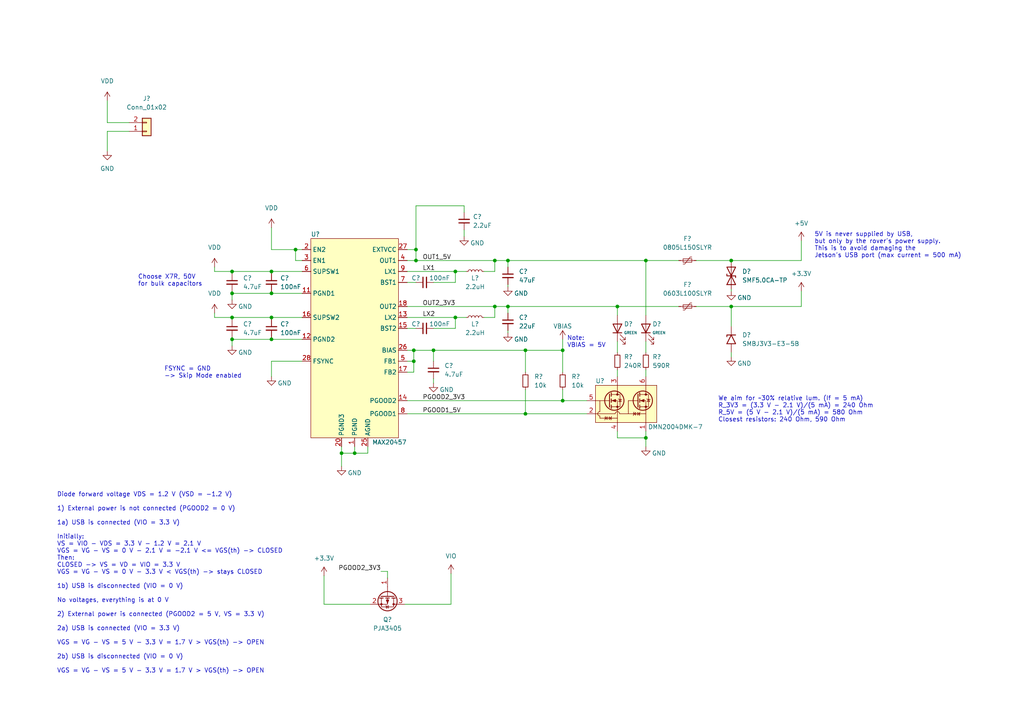
<source format=kicad_sch>
(kicad_sch (version 20211123) (generator eeschema)
  (paper "A4")
  (lib_symbols
    (symbol "0_diodes:SMBJ3V3-E3-5B" (pin_numbers hide) (pin_names hide)
      (property "Reference" "D" (at 0 0 0))
      (property "Value" "SMBJ3V3-E3-5B" (at 0 0 0))
      (symbol "SMBJ3V3-E3-5B_0_1"
        (polyline (pts (xy -0.762 1.27) (xy -1.27 1.27) (xy -1.27 -1.27)) (stroke (width 0.254)))
        (polyline (pts (xy 1.27 1.27) (xy 1.27 -1.27) (xy -1.27 0) (xy 1.27 1.27)) (stroke (width 0.254)))
      )
      (symbol "SMBJ3V3-E3-5B_1_1"
        (pin passive line (at -3.81 0 0) (length 2.54) (name "A1") (number "1"))
        (pin passive line (at 3.81 0 180) (length 2.54) (name "A2") (number "2"))
      )
    )
    (symbol "0_power_protection:SMF5.0CA" (pin_numbers hide) (pin_names (offset 1.016) hide)
      (property "Reference" "D?" (at 0 6.35 0))
      (property "Value" "SMF5.0CA" (at 3.81 3.81 0))
      (symbol "SMF5.0CA_0_1"
        (polyline (pts (xy 1.27 0) (xy -1.27 0)))
        (polyline (pts (xy 0.508 1.27) (xy 0 1.27) (xy 0 -1.27) (xy -0.508 -1.27)) (stroke (width 0.254)))
        (polyline (pts (xy -2.54 1.27) (xy -2.54 -1.27) (xy 2.54 1.27) (xy 2.54 -1.27) (xy -2.54 1.27)) (stroke (width 0.254)))
      )
      (symbol "SMF5.0CA_1_1"
        (pin passive line (at -3.81 0 0) (length 2.54) (name "A1") (number "1"))
        (pin passive line (at 3.81 0 180) (length 2.54) (name "A2") (number "2"))
      )
    )
    (symbol "0_power_symbols:VBIAS" (pin_numbers hide)
      (property "Value" "VBIAS" (at 0 3.81 0))
      (symbol "VBIAS_0_1"
        (polyline (pts (xy 0 0) (xy 0 2.54)))
        (polyline (pts (xy 0 2.54) (xy -0.762 1.27)))
        (polyline (pts (xy 0 2.54) (xy 0.762 1.27)))
      )
      (symbol "VBIAS_1_1"
        (pin power_in line (at 0 0 90) (length 0) hide (name "VBIAS") (number "1"))
      )
    )
    (symbol "0_power_symbols:VIO" (power) (pin_numbers hide) (in_bom no) (on_board no)
      (property "Value" "VIO" (at 0 3.81 0))
      (symbol "VIO_0_1"
        (polyline (pts (xy 0 0) (xy 0 2.54)))
        (polyline (pts (xy 0 2.54) (xy -0.762 1.27)))
        (polyline (pts (xy 0 2.54) (xy 0.762 1.27)))
      )
      (symbol "VIO_1_1"
        (pin power_in line (at 0 0 90) (length 0) hide (name "VIO") (number "1"))
      )
    )
    (symbol "0_regulator_switching:MAX20457"
      (property "Reference" "U" (at -12.7 27.305 0))
      (property "Value" "MAX20457" (at 4.445 -33.02 0))
      (symbol "MAX20457_0_1"
        (rectangle (start -12.7 26.035) (end 12.7 -31.75) (fill (type background)))
      )
      (symbol "MAX20457_1_1"
        (pin power_in line (at 0 -34.29 90) (length 2.54) (name "PGND") (number "1"))
        (pin output line (at 15.24 16.51 180) (length 2.54) hide (name "LX1") (number "10"))
        (pin power_in line (at -15.24 10.16 0) (length 2.54) (name "PGND1") (number "11"))
        (pin power_in line (at -15.24 -3.175 0) (length 2.54) (name "PGND2") (number "12"))
        (pin output line (at 15.24 3.175 180) (length 2.54) (name "LX2") (number "13"))
        (pin open_collector line (at 15.24 -20.955 180) (length 2.54) (name "PGOOD2") (number "14"))
        (pin output line (at 15.24 0 180) (length 2.54) (name "BST2") (number "15"))
        (pin power_in line (at -15.24 3.175 0) (length 2.54) (name "SUPSW2") (number "16"))
        (pin input line (at 15.24 -12.7 180) (length 2.54) (name "FB2") (number "17"))
        (pin input line (at 15.24 6.35 180) (length 2.54) (name "OUT2") (number "18"))
        (pin power_in line (at 0 -34.29 90) (length 2.54) hide (name "PGND") (number "19"))
        (pin input line (at -15.24 22.86 0) (length 2.54) (name "EN2") (number "2"))
        (pin power_in line (at -3.81 -34.29 90) (length 2.54) (name "PGND3") (number "20"))
        (pin no_connect line (at -15.24 -15.875 0) (length 2.54) hide (name "NC") (number "21"))
        (pin no_connect line (at -15.24 -15.875 0) (length 2.54) hide (name "NC") (number "22"))
        (pin power_in line (at 0 -34.29 90) (length 2.54) hide (name "PGND") (number "23"))
        (pin power_in line (at 0 -34.29 90) (length 2.54) hide (name "PGND") (number "24"))
        (pin power_in line (at 3.81 -34.29 90) (length 2.54) (name "AGND") (number "25"))
        (pin power_out line (at 15.24 -6.35 180) (length 2.54) (name "BIAS") (number "26"))
        (pin power_in line (at 15.24 22.86 180) (length 2.54) (name "EXTVCC") (number "27"))
        (pin input line (at -15.24 -9.525 0) (length 2.54) (name "FSYNC") (number "28"))
        (pin input line (at -15.24 19.685 0) (length 2.54) (name "EN1") (number "3"))
        (pin input line (at 15.24 19.685 180) (length 2.54) (name "OUT1") (number "4"))
        (pin input line (at 15.24 -9.525 180) (length 2.54) (name "FB1") (number "5"))
        (pin power_in line (at -15.24 16.51 0) (length 2.54) (name "SUPSW1") (number "6"))
        (pin output line (at 15.24 13.335 180) (length 2.54) (name "BST1") (number "7"))
        (pin open_collector line (at 15.24 -24.765 180) (length 2.54) (name "PGOOD1") (number "8"))
        (pin output line (at 15.24 16.51 180) (length 2.54) (name "LX1") (number "9"))
      )
    )
    (symbol "0_transistor:DMN2004DMK-7" (pin_names hide)
      (property "Reference" "U" (at 8.89 -2.54 0))
      (property "Value" "DMN2004DMK-7" (at 8.89 -5.08 0))
      (symbol "DMN2004DMK-7_0_1"
        (rectangle (start -10.16 5.08) (end 7.62 -5.715) (fill (type background)))
        (arc (start -9.525 -3.175) (mid -9.339 -3.624) (end -8.89 -3.81))
        (arc (start -8.89 -2.54) (mid -9.339 -2.726) (end -9.525 -3.175))
        (circle (center -4.699 0.635) (radius 2.794) (stroke (width 0.254)))
        (arc (start -3.81 -2.54) (mid -4.259 -2.726) (end -4.445 -3.175))
        (circle (center -3.81 -1.143) (radius 0.254) (fill (type outline)))
        (circle (center -3.81 2.413) (radius 0.254) (fill (type outline)))
        (arc (start -3.175 -3.175) (mid -3.361 -2.726) (end -3.81 -2.54))
        (polyline (pts (xy -8.89 -4.445) (xy -3.81 -4.445)))
        (polyline (pts (xy -8.89 -3.81) (xy -8.89 -4.445)))
        (polyline (pts (xy -8.89 0.635) (xy -8.89 -2.54)))
        (polyline (pts (xy -6.096 0.635) (xy -10.16 0.635)))
        (polyline (pts (xy -6.096 2.54) (xy -6.096 -1.27)) (stroke (width 0.254)))
        (polyline (pts (xy -5.588 -0.635) (xy -5.588 -1.651)) (stroke (width 0.254)))
        (polyline (pts (xy -5.588 1.143) (xy -5.588 0.127)) (stroke (width 0.254)))
        (polyline (pts (xy -5.588 2.921) (xy -5.588 1.905)) (stroke (width 0.254)))
        (polyline (pts (xy -4.445 -3.175) (xy -10.16 -3.175)))
        (polyline (pts (xy -3.81 -5.715) (xy -3.81 -1.905)))
        (polyline (pts (xy -3.81 3.175) (xy -3.81 2.413)))
        (polyline (pts (xy -3.81 3.175) (xy -3.81 2.413)))
        (polyline (pts (xy -3.81 5.08) (xy -3.81 3.175)))
        (polyline (pts (xy -0.635 -3.175) (xy 4.445 -3.175)))
        (polyline (pts (xy 2.159 0.635) (xy -0.635 0.635)))
        (polyline (pts (xy 2.159 2.54) (xy 2.159 -1.27)) (stroke (width 0.254)))
        (polyline (pts (xy 2.667 -0.635) (xy 2.667 -1.651)) (stroke (width 0.254)))
        (polyline (pts (xy 2.667 1.143) (xy 2.667 0.127)) (stroke (width 0.254)))
        (polyline (pts (xy 2.667 2.921) (xy 2.667 1.905)) (stroke (width 0.254)))
        (polyline (pts (xy 4.445 -5.715) (xy 4.445 -1.905)))
        (polyline (pts (xy 4.445 3.175) (xy 4.445 2.413)))
        (polyline (pts (xy 4.445 3.175) (xy 4.445 5.08)))
        (polyline (pts (xy -3.81 -1.905) (xy -3.81 0.635) (xy -5.588 0.635)))
        (polyline (pts (xy -3.175 -3.175) (xy -0.635 -3.175) (xy -0.635 0.635)))
        (polyline (pts (xy 4.445 -1.905) (xy 4.445 0.635) (xy 2.667 0.635)))
        (polyline (pts (xy -5.588 -1.143) (xy -3.048 -1.143) (xy -3.048 2.413) (xy -5.588 2.413)))
        (polyline (pts (xy -5.334 0.635) (xy -4.318 1.016) (xy -4.318 0.254) (xy -5.334 0.635)) (fill (type outline)))
        (polyline (pts (xy -3.556 1.143) (xy -3.429 1.016) (xy -2.667 1.016) (xy -2.54 0.889)))
        (polyline (pts (xy -3.048 1.016) (xy -3.429 0.381) (xy -2.667 0.381) (xy -3.048 1.016)))
        (polyline (pts (xy 2.667 -1.143) (xy 5.207 -1.143) (xy 5.207 2.413) (xy 2.667 2.413)))
        (polyline (pts (xy 2.921 0.635) (xy 3.937 1.016) (xy 3.937 0.254) (xy 2.921 0.635)) (fill (type outline)))
        (polyline (pts (xy 4.699 1.143) (xy 4.826 1.016) (xy 5.588 1.016) (xy 5.715 0.889)))
        (polyline (pts (xy 5.207 1.016) (xy 4.826 0.381) (xy 5.588 0.381) (xy 5.207 1.016)))
        (circle (center 3.556 0.635) (radius 2.794) (stroke (width 0.254)))
        (circle (center 4.445 -1.143) (radius 0.254) (fill (type outline)))
        (circle (center 4.445 2.413) (radius 0.254) (fill (type outline)))
      )
      (symbol "DMN2004DMK-7_1_1"
        (polyline (pts (xy -7.493 -4.953) (xy -7.366 -4.826) (xy -7.366 -4.064) (xy -7.239 -3.937)))
        (polyline (pts (xy -7.366 -4.445) (xy -6.731 -4.826) (xy -6.731 -4.064) (xy -7.366 -4.445)))
        (polyline (pts (xy -5.588 -4.445) (xy -6.223 -4.064) (xy -6.223 -4.826) (xy -5.588 -4.445)))
        (polyline (pts (xy -5.461 -3.937) (xy -5.588 -4.064) (xy -5.588 -4.826) (xy -5.715 -4.953)))
        (polyline (pts (xy 0.762 -3.683) (xy 0.889 -3.556) (xy 0.889 -2.794) (xy 1.016 -2.667)))
        (polyline (pts (xy 0.889 -3.175) (xy 1.524 -3.556) (xy 1.524 -2.794) (xy 0.889 -3.175)))
        (polyline (pts (xy 2.667 -3.175) (xy 2.032 -2.794) (xy 2.032 -3.556) (xy 2.667 -3.175)))
        (polyline (pts (xy 2.794 -2.667) (xy 2.667 -2.794) (xy 2.667 -3.556) (xy 2.54 -3.683)))
        (pin passive line (at 4.445 -8.255 90) (length 2.54) (name "S2") (number "1"))
        (pin input line (at -12.7 -3.175 0) (length 2.54) (name "G2") (number "2"))
        (pin passive line (at -3.81 7.62 270) (length 2.54) (name "D1") (number "3"))
        (pin passive line (at -3.81 -8.255 90) (length 2.54) (name "S1") (number "4"))
        (pin input line (at -12.7 0.635 0) (length 2.54) (name "G1") (number "5"))
        (pin passive line (at 4.445 7.62 270) (length 2.54) (name "D2") (number "6"))
      )
    )
    (symbol "0_transistor:PJA3405" (pin_names hide)
      (property "Reference" "Q" (at 4.445 1.27 0))
      (property "Value" "PJA3405" (at 4.445 -1.27 0))
      (symbol "PJA3405_0_1"
        (polyline (pts (xy -0.381 0) (xy -3.175 0)))
        (polyline (pts (xy -0.381 1.905) (xy -0.381 -1.905)) (stroke (width 0.254)))
        (polyline (pts (xy 0.127 -1.27) (xy 0.127 -2.286)) (stroke (width 0.254)))
        (polyline (pts (xy 0.127 0.508) (xy 0.127 -0.508)) (stroke (width 0.254)))
        (polyline (pts (xy 0.127 2.286) (xy 0.127 1.27)) (stroke (width 0.254)))
        (polyline (pts (xy 1.905 2.54) (xy 1.905 1.778)))
        (polyline (pts (xy 1.905 -2.54) (xy 1.905 0) (xy 0.127 0)))
        (polyline (pts (xy 0.127 1.778) (xy 2.667 1.778) (xy 2.667 -1.778) (xy 0.127 -1.778)))
        (polyline (pts (xy 1.651 0) (xy 0.635 0.381) (xy 0.635 -0.381) (xy 1.651 0)) (fill (type outline)))
        (polyline (pts (xy 2.159 -0.508) (xy 2.286 -0.381) (xy 3.048 -0.381) (xy 3.175 -0.254)))
        (polyline (pts (xy 2.667 -0.381) (xy 2.286 0.254) (xy 3.048 0.254) (xy 2.667 -0.381)))
        (circle (center 1.016 0) (radius 2.794) (stroke (width 0.254)))
        (circle (center 1.905 -1.778) (radius 0.254) (fill (type outline)))
        (circle (center 1.905 1.778) (radius 0.254) (fill (type outline)))
      )
      (symbol "PJA3405_1_1"
        (pin input line (at -5.715 0 0) (length 2.54) (name "G") (number "1"))
        (pin passive line (at 1.905 -5.08 90) (length 2.54) (name "S") (number "2"))
        (pin passive line (at 1.905 5.08 270) (length 2.54) (name "D") (number "3"))
      )
    )
    (symbol "Connector_Generic:Conn_01x02" (pin_names (offset 1.016) hide)
      (property "Reference" "J" (at 0 2.54 0))
      (property "Value" "Conn_01x02" (at 0 -5.08 0))
      (symbol "Conn_01x02_1_1"
        (rectangle (start -1.27 -2.413) (end 0 -2.667) (stroke (width 0.1524)))
        (rectangle (start -1.27 0.127) (end 0 -0.127) (stroke (width 0.1524)))
        (rectangle (start -1.27 1.27) (end 1.27 -3.81) (stroke (width 0.254)) (fill (type background)))
        (pin passive line (at -5.08 0 0) (length 3.81) (name "Pin_1") (number "1"))
        (pin passive line (at -5.08 -2.54 0) (length 3.81) (name "Pin_2") (number "2"))
      )
    )
    (symbol "Device:C_Small" (pin_numbers hide) (pin_names (offset 0.254) hide)
      (property "Reference" "C" (at 0.254 1.778 0))
      (property "Value" "C_Small" (at 0.254 -2.032 0))
      (symbol "C_Small_0_1"
        (polyline (pts (xy -1.524 -0.508) (xy 1.524 -0.508)) (stroke (width 0.3302)))
        (polyline (pts (xy -1.524 0.508) (xy 1.524 0.508)) (stroke (width 0.3048)))
      )
      (symbol "C_Small_1_1"
        (pin passive line (at 0 2.54 270) (length 2.032) (name "~") (number "1"))
        (pin passive line (at 0 -2.54 90) (length 2.032) (name "~") (number "2"))
      )
    )
    (symbol "Device:LED" (pin_numbers hide) (pin_names (offset 1.016) hide)
      (property "Reference" "D" (at 0 2.54 0))
      (property "Value" "LED" (at 0 -2.54 0))
      (symbol "LED_0_1"
        (polyline (pts (xy -1.27 -1.27) (xy -1.27 1.27)) (stroke (width 0.254)))
        (polyline (pts (xy -1.27 0) (xy 1.27 0)))
        (polyline (pts (xy 1.27 -1.27) (xy 1.27 1.27) (xy -1.27 0) (xy 1.27 -1.27)) (stroke (width 0.254)))
        (polyline (pts (xy -3.048 -0.762) (xy -4.572 -2.286) (xy -3.81 -2.286) (xy -4.572 -2.286) (xy -4.572 -1.524)))
        (polyline (pts (xy -1.778 -0.762) (xy -3.302 -2.286) (xy -2.54 -2.286) (xy -3.302 -2.286) (xy -3.302 -1.524)))
      )
      (symbol "LED_1_1"
        (pin passive line (at -3.81 0 0) (length 2.54) (name "K") (number "1"))
        (pin passive line (at 3.81 0 180) (length 2.54) (name "A") (number "2"))
      )
    )
    (symbol "Device:L_Small" (pin_numbers hide) (pin_names (offset 0.254) hide)
      (property "Reference" "L" (at 0.762 1.016 0))
      (property "Value" "L_Small" (at 0.762 -1.016 0))
      (symbol "L_Small_0_1"
        (arc (start 0 -2.032) (mid 0.508 -1.524) (end 0 -1.016))
        (arc (start 0 -1.016) (mid 0.508 -0.508) (end 0 0))
        (arc (start 0 0) (mid 0.508 0.508) (end 0 1.016))
        (arc (start 0 1.016) (mid 0.508 1.524) (end 0 2.032))
      )
      (symbol "L_Small_1_1"
        (pin passive line (at 0 2.54 270) (length 0.508) (name "~") (number "1"))
        (pin passive line (at 0 -2.54 90) (length 0.508) (name "~") (number "2"))
      )
    )
    (symbol "Device:Polyfuse_Small" (pin_numbers hide) (pin_names (offset 0))
      (property "Reference" "F" (at -1.905 0 90))
      (property "Value" "Polyfuse_Small" (at 1.905 0 90))
      (symbol "Polyfuse_Small_0_1"
        (rectangle (start -0.508 1.27) (end 0.508 -1.27))
        (polyline (pts (xy 0 2.54) (xy 0 -2.54)))
        (polyline (pts (xy -1.016 1.27) (xy -1.016 0.762) (xy 1.016 -0.762) (xy 1.016 -1.27)))
      )
      (symbol "Polyfuse_Small_1_1"
        (pin passive line (at 0 2.54 270) (length 0.635) (name "~") (number "1"))
        (pin passive line (at 0 -2.54 90) (length 0.635) (name "~") (number "2"))
      )
    )
    (symbol "Device:R_Small" (pin_numbers hide) (pin_names (offset 0.254) hide)
      (property "Reference" "R" (at 0.762 0.508 0))
      (property "Value" "R_Small" (at 0.762 -1.016 0))
      (symbol "R_Small_0_1"
        (rectangle (start -0.762 1.778) (end 0.762 -1.778) (stroke (width 0.2032)))
      )
      (symbol "R_Small_1_1"
        (pin passive line (at 0 2.54 270) (length 0.762) (name "~") (number "1"))
        (pin passive line (at 0 -2.54 90) (length 0.762) (name "~") (number "2"))
      )
    )
    (symbol "power:+3.3V" (power) (pin_names (offset 0))
      (property "Value" "+3.3V" (at 0 3.556 0))
      (symbol "+3.3V_0_1"
        (polyline (pts (xy -0.762 1.27) (xy 0 2.54)))
        (polyline (pts (xy 0 0) (xy 0 2.54)))
        (polyline (pts (xy 0 2.54) (xy 0.762 1.27)))
      )
      (symbol "+3.3V_1_1"
        (pin power_in line (at 0 0 90) (length 0) hide (name "+3.3V") (number "1"))
      )
    )
    (symbol "power:+5V" (power) (pin_names (offset 0))
      (property "Value" "+5V" (at 0 3.556 0))
      (symbol "+5V_0_1"
        (polyline (pts (xy -0.762 1.27) (xy 0 2.54)))
        (polyline (pts (xy 0 0) (xy 0 2.54)))
        (polyline (pts (xy 0 2.54) (xy 0.762 1.27)))
      )
      (symbol "+5V_1_1"
        (pin power_in line (at 0 0 90) (length 0) hide (name "+5V") (number "1"))
      )
    )
    (symbol "power:GND" (power) (pin_names (offset 0))
      (property "Value" "GND" (at 0 -3.81 0))
      (symbol "GND_0_1"
        (polyline (pts (xy 0 0) (xy 0 -1.27) (xy 1.27 -1.27) (xy 0 -2.54) (xy -1.27 -1.27) (xy 0 -1.27)))
      )
      (symbol "GND_1_1"
        (pin power_in line (at 0 0 270) (length 0) hide (name "GND") (number "1"))
      )
    )
    (symbol "power:VDD" (power) (pin_names (offset 0))
      (property "Value" "VDD" (at 0 3.81 0))
      (symbol "VDD_0_1"
        (polyline (pts (xy -0.762 1.27) (xy 0 2.54)))
        (polyline (pts (xy 0 0) (xy 0 2.54)))
        (polyline (pts (xy 0 2.54) (xy 0.762 1.27)))
      )
      (symbol "VDD_1_1"
        (pin power_in line (at 0 0 90) (length 0) hide (name "VDD") (number "1"))
      )
    )
  )
  (junction (at 78.74 92.075))
  (junction (at 163.195 116.205))
  (junction (at 120.015 104.775))
  (junction (at 125.73 101.6))
  (junction (at 132.08 92.075))
  (junction (at 78.74 78.74))
  (junction (at 147.32 88.9))
  (junction (at 99.06 131.445))
  (junction (at 187.325 127))
  (junction (at 152.4 101.6))
  (junction (at 163.195 101.6))
  (junction (at 67.31 92.075))
  (junction (at 143.51 88.9))
  (junction (at 67.31 85.09))
  (junction (at 78.74 98.425))
  (junction (at 152.4 120.015))
  (junction (at 78.74 85.09))
  (junction (at 67.31 98.425))
  (junction (at 120.015 101.6))
  (junction (at 212.09 88.9))
  (junction (at 85.725 72.39))
  (junction (at 147.32 75.565))
  (junction (at 132.08 78.74))
  (junction (at 143.51 75.565))
  (junction (at 120.65 75.565))
  (junction (at 120.65 72.39))
  (junction (at 179.07 88.9))
  (junction (at 187.325 75.565))
  (junction (at 102.87 131.445))
  (junction (at 212.09 75.565))
  (junction (at 67.31 78.74))
  (wire (pts (xy 93.98 175.26) (xy 107.315 175.26)))
  (wire (pts (xy 143.51 75.565) (xy 147.32 75.565)))
  (wire (pts (xy 67.31 98.425) (xy 67.31 100.33)))
  (wire (pts (xy 62.23 78.74) (xy 67.31 78.74)))
  (wire (pts (xy 99.06 129.54) (xy 99.06 131.445)))
  (wire (pts (xy 102.87 131.445) (xy 106.68 131.445)))
  (wire (pts (xy 187.325 75.565) (xy 187.325 91.44)))
  (wire (pts (xy 78.74 104.775) (xy 87.63 104.775)))
  (wire (pts (xy 31.115 29.21) (xy 31.115 35.56)))
  (wire (pts (xy 187.325 75.565) (xy 196.85 75.565)))
  (wire (pts (xy 212.09 102.235) (xy 212.09 103.505)))
  (wire (pts (xy 78.74 109.22) (xy 78.74 104.775)))
  (wire (pts (xy 143.51 78.74) (xy 140.335 78.74)))
  (wire (pts (xy 179.07 88.9) (xy 196.85 88.9)))
  (wire (pts (xy 102.87 131.445) (xy 102.87 129.54)))
  (wire (pts (xy 232.41 69.85) (xy 232.41 75.565)))
  (wire (pts (xy 93.98 167.005) (xy 93.98 175.26)))
  (wire (pts (xy 152.4 101.6) (xy 163.195 101.6)))
  (wire (pts (xy 78.74 72.39) (xy 85.725 72.39)))
  (wire (pts (xy 125.73 101.6) (xy 152.4 101.6)))
  (wire (pts (xy 118.11 78.74) (xy 132.08 78.74)))
  (wire (pts (xy 78.74 84.455) (xy 78.74 85.09)))
  (wire (pts (xy 187.325 107.315) (xy 187.325 109.22)))
  (wire (pts (xy 132.08 95.25) (xy 132.08 92.075)))
  (wire (pts (xy 85.725 75.565) (xy 85.725 72.39)))
  (wire (pts (xy 179.07 107.315) (xy 179.07 109.22)))
  (wire (pts (xy 152.4 120.015) (xy 170.18 120.015)))
  (wire (pts (xy 152.4 113.03) (xy 152.4 120.015)))
  (wire (pts (xy 125.73 81.915) (xy 132.08 81.915)))
  (wire (pts (xy 78.74 85.09) (xy 67.31 85.09)))
  (wire (pts (xy 125.73 101.6) (xy 120.015 101.6)))
  (wire (pts (xy 118.11 75.565) (xy 120.65 75.565)))
  (wire (pts (xy 201.93 88.9) (xy 212.09 88.9)))
  (wire (pts (xy 125.73 104.775) (xy 125.73 101.6)))
  (wire (pts (xy 31.115 38.1) (xy 37.465 38.1)))
  (wire (pts (xy 120.65 72.39) (xy 118.11 72.39)))
  (wire (pts (xy 78.74 97.79) (xy 78.74 98.425)))
  (wire (pts (xy 120.65 59.69) (xy 120.65 72.39)))
  (wire (pts (xy 110.49 165.735) (xy 112.395 165.735)))
  (wire (pts (xy 163.195 98.425) (xy 163.195 101.6)))
  (wire (pts (xy 125.73 95.25) (xy 132.08 95.25)))
  (wire (pts (xy 147.32 90.805) (xy 147.32 88.9)))
  (wire (pts (xy 134.62 66.675) (xy 134.62 68.58)))
  (wire (pts (xy 147.32 96.52) (xy 147.32 95.885)))
  (wire (pts (xy 179.07 99.06) (xy 179.07 102.235)))
  (wire (pts (xy 120.015 107.95) (xy 120.015 104.775)))
  (wire (pts (xy 232.41 75.565) (xy 212.09 75.565)))
  (wire (pts (xy 232.41 84.455) (xy 232.41 88.9)))
  (wire (pts (xy 67.31 92.075) (xy 67.31 92.71)))
  (wire (pts (xy 132.08 78.74) (xy 135.255 78.74)))
  (wire (pts (xy 67.31 85.09) (xy 67.31 84.455)))
  (wire (pts (xy 67.31 78.74) (xy 78.74 78.74)))
  (wire (pts (xy 99.06 131.445) (xy 99.06 135.255)))
  (wire (pts (xy 78.74 92.075) (xy 87.63 92.075)))
  (wire (pts (xy 187.325 127) (xy 179.07 127)))
  (wire (pts (xy 143.51 88.9) (xy 143.51 92.075)))
  (wire (pts (xy 67.31 98.425) (xy 67.31 97.79)))
  (wire (pts (xy 118.11 107.95) (xy 120.015 107.95)))
  (wire (pts (xy 187.325 125.095) (xy 187.325 127)))
  (wire (pts (xy 212.09 84.455) (xy 212.09 83.82)))
  (wire (pts (xy 118.11 92.075) (xy 132.08 92.075)))
  (wire (pts (xy 147.32 75.565) (xy 187.325 75.565)))
  (wire (pts (xy 87.63 75.565) (xy 85.725 75.565)))
  (wire (pts (xy 31.115 43.815) (xy 31.115 38.1)))
  (wire (pts (xy 118.11 95.25) (xy 120.65 95.25)))
  (wire (pts (xy 147.32 83.185) (xy 147.32 82.55)))
  (wire (pts (xy 118.11 88.9) (xy 143.51 88.9)))
  (wire (pts (xy 212.09 75.565) (xy 212.09 76.2)))
  (wire (pts (xy 143.51 75.565) (xy 143.51 78.74)))
  (wire (pts (xy 120.65 75.565) (xy 120.65 72.39)))
  (wire (pts (xy 78.74 98.425) (xy 67.31 98.425)))
  (wire (pts (xy 85.725 72.39) (xy 87.63 72.39)))
  (wire (pts (xy 212.09 88.9) (xy 232.41 88.9)))
  (wire (pts (xy 62.23 77.47) (xy 62.23 78.74)))
  (wire (pts (xy 179.07 127) (xy 179.07 125.095)))
  (wire (pts (xy 132.08 81.915) (xy 132.08 78.74)))
  (wire (pts (xy 112.395 165.735) (xy 112.395 167.64)))
  (wire (pts (xy 163.195 113.03) (xy 163.195 116.205)))
  (wire (pts (xy 120.015 104.775) (xy 118.11 104.775)))
  (wire (pts (xy 31.115 35.56) (xy 37.465 35.56)))
  (wire (pts (xy 163.195 101.6) (xy 163.195 107.95)))
  (wire (pts (xy 201.93 75.565) (xy 212.09 75.565)))
  (wire (pts (xy 87.63 98.425) (xy 78.74 98.425)))
  (wire (pts (xy 120.65 59.69) (xy 134.62 59.69)))
  (wire (pts (xy 163.195 116.205) (xy 170.18 116.205)))
  (wire (pts (xy 143.51 88.9) (xy 147.32 88.9)))
  (wire (pts (xy 118.11 101.6) (xy 120.015 101.6)))
  (wire (pts (xy 117.475 175.26) (xy 130.81 175.26)))
  (wire (pts (xy 187.325 127) (xy 187.325 129.54)))
  (wire (pts (xy 106.68 131.445) (xy 106.68 129.54)))
  (wire (pts (xy 187.325 99.06) (xy 187.325 102.235)))
  (wire (pts (xy 118.11 120.015) (xy 152.4 120.015)))
  (wire (pts (xy 132.08 92.075) (xy 135.255 92.075)))
  (wire (pts (xy 120.65 75.565) (xy 143.51 75.565)))
  (wire (pts (xy 62.23 90.805) (xy 62.23 92.075)))
  (wire (pts (xy 212.09 88.9) (xy 212.09 94.615)))
  (wire (pts (xy 179.07 88.9) (xy 179.07 91.44)))
  (wire (pts (xy 78.74 92.075) (xy 78.74 92.71)))
  (wire (pts (xy 130.81 166.37) (xy 130.81 175.26)))
  (wire (pts (xy 147.32 88.9) (xy 179.07 88.9)))
  (wire (pts (xy 152.4 101.6) (xy 152.4 107.95)))
  (wire (pts (xy 134.62 59.69) (xy 134.62 61.595)))
  (wire (pts (xy 67.31 92.075) (xy 78.74 92.075)))
  (wire (pts (xy 118.11 116.205) (xy 163.195 116.205)))
  (wire (pts (xy 87.63 85.09) (xy 78.74 85.09)))
  (wire (pts (xy 143.51 92.075) (xy 140.335 92.075)))
  (wire (pts (xy 118.11 81.915) (xy 120.65 81.915)))
  (wire (pts (xy 120.015 101.6) (xy 120.015 104.775)))
  (wire (pts (xy 67.31 78.74) (xy 67.31 79.375)))
  (wire (pts (xy 78.74 66.04) (xy 78.74 72.39)))
  (wire (pts (xy 147.32 75.565) (xy 147.32 77.47)))
  (wire (pts (xy 62.23 92.075) (xy 67.31 92.075)))
  (wire (pts (xy 78.74 78.74) (xy 78.74 79.375)))
  (wire (pts (xy 125.73 109.855) (xy 125.73 111.125)))
  (wire (pts (xy 78.74 78.74) (xy 87.63 78.74)))
  (wire (pts (xy 99.06 131.445) (xy 102.87 131.445)))
  (wire (pts (xy 67.31 85.09) (xy 67.31 86.995)))
  (text "Diode forward voltage VDS = 1.2 V (VSD = -1.2 V)\n\n1) External power is not connected (PGOOD2 = 0 V)\n\n1a) USB is connected (VIO = 3.3 V)\n\nInitially:\nVS = VIO - VDS = 3.3 V - 1.2 V = 2.1 V\nVGS = VG - VS = 0 V - 2.1 V = -2.1 V <= VGS(th) -> CLOSED\nThen:\nCLOSED -> VS = VD = VIO = 3.3 V\nVGS = VG - VS = 0 V - 3.3 V < VGS(th) -> stays CLOSED\n\n1b) USB is disconnected (VIO = 0 V)\n\nNo voltages, everything is at 0 V\n\n2) External power is connected (PGOOD2 = 5 V, VS = 3.3 V)\n\n2a) USB is connected (VIO = 3.3 V)\n\nVGS = VG - VS = 5 V - 3.3 V = 1.7 V > VGS(th) -> OPEN\n\n2b) USB is disconnected (VIO = 0 V)\n\nVGS = VG - VS = 5 V - 3.3 V = 1.7 V > VGS(th) -> OPEN\n\n\n\n\n\n\n" (at 16.51 207.645 0) (effects (font (size 1.27 1.27)) (justify left bottom)))
  (text "FSYNC = GND \n-> Skip Mode enabled" (at 47.625 109.855 0) (effects (font (size 1.27 1.27)) (justify left bottom)))
  (text "Note:\nVBIAS = 5V" (at 164.465 100.965 0) (effects (font (size 1.27 1.27)) (justify left bottom)))
  (text "5V is never supplied by USB, \nbut only by the rover's power supply.\nThis is to avoid damaging the \nJetson's USB port (max current = 500 mA)" (at 236.22 74.93 0) (effects (font (size 1.27 1.27)) (justify left bottom)))
  (text "We aim for ~30% relative lum. (If = 5 mA)\nR_3V3 = (3.3 V - 2.1 V)/(5 mA) = 240 Ohm\nR_5V = (5 V - 2.1 V)/(5 mA) = 580 Ohm\nClosest resistors: 240 Ohm, 590 Ohm" (at 208.28 122.555 0) (effects (font (size 1.27 1.27)) (justify left bottom)))
  (text "Choose X7R, 50V \nfor bulk capacitors" (at 40.005 83.185 0) (effects (font (size 1.27 1.27)) (justify left bottom)))
  (label "PGOOD2_3V3" (at 110.49 165.735 180))
  (label "OUT2_3V3" (at 122.555 88.9 0))
  (label "OUT1_5V" (at 122.555 75.565 0))
  (label "PGOOD1_5V" (at 122.555 120.015 0))
  (label "LX2" (at 122.555 92.075 0))
  (label "LX1" (at 122.555 78.74 0))
  (label "PGOOD2_3V3" (at 122.555 116.205 0))
  (symbol (lib_id "Device:C_Small") (at 78.74 95.25 0) (unit 1)
    (property "Reference" "C?" (at 81.28 93.9862 0) (effects (justify left)))
    (property "Value" "100nF" (at 81.28 96.5262 0) (effects (justify left)))
  )
  (symbol (lib_id "power:GND") (at 187.325 129.54 0) (unit 1)
    (property "Reference" "#PWR0130" (effects hide))
    (property "Value" "GND" (at 191.135 131.445 0))
  )
  (symbol (lib_id "Device:LED") (at 179.07 95.25 90) (unit 1)
    (property "Reference" "D?" (at 180.975 93.98 90) (effects (justify right)))
    (property "Value" "GREEN" (at 180.975 96.52 90) (effects (font (size 0.762 0.762)) (justify right)))
    (property "Footprint" "LED_SMD:LED_0603_1608Metric" (effects hide))
    (property "Datasheet" "https://www.bivar.com/parts_content/Datasheets/SM0603GC.pdf" (effects hide))
    (property "Manufacturer ref" "SM0603GC" (effects hide))
    (property "Digikey ref" "492-1324-1-ND" (effects hide))
  )
  (symbol (lib_id "Device:C_Small") (at 125.73 107.315 0) (unit 1)
    (property "Reference" "C?" (at 128.905 106.0512 0) (effects (justify left)))
    (property "Value" "4.7uF" (at 128.905 108.5912 0) (effects (justify left)))
  )
  (symbol (lib_id "0_power_symbols:VBIAS") (at 163.195 98.425 0) (unit 1)
    (property "Reference" "#PWR?" (effects hide))
    (property "Value" "VBIAS" (at 163.195 94.615 0))
  )
  (symbol (lib_id "power:+3.3V") (at 93.98 167.005 0) (unit 1)
    (property "Reference" "#PWR0215" (effects hide))
    (property "Value" "+3.3V" (at 93.98 161.925 0))
  )
  (symbol (lib_id "power:GND") (at 125.73 111.125 0) (unit 1)
    (property "Reference" "#PWR0132" (effects hide))
    (property "Value" "GND" (at 129.54 113.03 0))
  )
  (symbol (lib_id "Device:Polyfuse_Small") (at 199.39 75.565 90) (unit 1)
    (property "Reference" "F?" (at 199.39 69.215 90))
    (property "Value" "0805L150SLYR" (at 199.39 71.755 90))
    (property "Footprint" "Fuse:Fuse_0805_2012Metric" (effects hide))
    (property "Datasheet" "https://www.littelfuse.com/~/media/electronics/datasheets/resettable_ptcs/littelfuse_ptc_low_rho_datasheet.pdf.pdf" (effects hide))
    (property "Manufacturer ref" "0805L150SLYR" (effects hide))
    (property "Digikey ref" "F5763CT-ND" (effects hide))
  )
  (symbol (lib_id "0_transistor:PJA3405") (at 112.395 173.355 270) (unit 1)
    (property "Reference" "Q?" (at 112.395 179.705 90))
    (property "Value" "PJA3405" (at 112.395 182.245 90))
    (property "Footprint" "Package_TO_SOT_SMD:SOT-23" (effects hide))
    (property "Datasheet" "https://www.panjit.com.tw/upload/datasheet/PJA3405.pdf" (effects hide))
  )
  (symbol (lib_id "power:VDD") (at 62.23 77.47 0) (unit 1)
    (property "Reference" "#PWR0124" (effects hide))
    (property "Value" "VDD" (at 62.23 71.755 0))
  )
  (symbol (lib_id "Device:L_Small") (at 137.795 78.74 90) (unit 1)
    (property "Reference" "L?" (at 137.795 80.645 90))
    (property "Value" "2.2uH" (at 137.795 83.185 90))
  )
  (symbol (lib_id "0_transistor:DMN2004DMK-7") (at 182.88 116.84 0) (unit 1)
    (property "Reference" "U?" (at 172.72 110.49 0) (effects (justify left)))
    (property "Value" "DMN2004DMK-7" (at 187.96 123.825 0) (effects (justify left)))
    (property "Footprint" "Package_TO_SOT_SMD:SOT-23-6" (effects hide))
    (property "Datasheet" "https://www.diodes.com/assets/Datasheets/ds30937.pdf" (effects hide))
    (property "Manufacturer ref" "DMN2004DMK-7" (effects hide))
    (property "Digikey ref" "DMN2004DMKDICT-ND" (effects hide))
  )
  (symbol (lib_id "Device:C_Small") (at 67.31 81.915 0) (unit 1)
    (property "Reference" "C?" (at 70.485 80.6512 0) (effects (justify left)))
    (property "Value" "4.7uF" (at 70.485 83.1912 0) (effects (justify left)))
  )
  (symbol (lib_id "power:GND") (at 99.06 135.255 0) (unit 1)
    (property "Reference" "#PWR0121" (effects hide))
    (property "Value" "GND" (at 102.87 137.16 0))
  )
  (symbol (lib_id "0_power_symbols:VIO") (at 130.81 166.37 0) (unit 1) (in_bom no) (on_board no)
    (property "Reference" "#PWR0216" (effects hide))
    (property "Value" "VIO" (at 130.81 161.29 0))
  )
  (symbol (lib_id "power:+5V") (at 232.41 69.85 0) (unit 1)
    (property "Reference" "#PWR0211" (effects hide))
    (property "Value" "+5V" (at 232.41 64.77 0))
  )
  (symbol (lib_id "power:VDD") (at 31.115 29.21 0) (unit 1)
    (property "Reference" "#PWR0122" (effects hide))
    (property "Value" "VDD" (at 31.115 23.495 0))
  )
  (symbol (lib_id "Device:Polyfuse_Small") (at 199.39 88.9 90) (unit 1)
    (property "Reference" "F?" (at 199.39 82.55 90))
    (property "Value" "0603L100SLYR" (at 199.39 85.09 90))
    (property "Footprint" "Fuse:Fuse_0603_1608Metric" (effects hide))
    (property "Datasheet" "https://www.littelfuse.com/~/media/electronics/datasheets/resettable_ptcs/littelfuse_ptc_low_rho_datasheet.pdf.pdf" (effects hide))
    (property "Manufacturer ref" "0603L100SLYR" (effects hide))
    (property "Digikey ref" "F5761CT-ND" (effects hide))
  )
  (symbol (lib_id "power:VDD") (at 62.23 90.805 0) (unit 1)
    (property "Reference" "#PWR0126" (effects hide))
    (property "Value" "VDD" (at 62.23 85.09 0))
  )
  (symbol (lib_id "Device:C_Small") (at 123.19 95.25 90) (unit 1)
    (property "Reference" "C?" (at 121.92 93.98 90) (effects (justify left)))
    (property "Value" "100nF" (at 124.46 93.98 90) (effects (justify right)))
  )
  (symbol (lib_id "Device:LED") (at 187.325 95.25 90) (unit 1)
    (property "Reference" "D?" (at 189.23 93.98 90) (effects (justify right)))
    (property "Value" "GREEN" (at 189.23 96.52 90) (effects (font (size 0.762 0.762)) (justify right)))
    (property "Footprint" "LED_SMD:LED_0603_1608Metric" (effects hide))
    (property "Datasheet" "https://www.bivar.com/parts_content/Datasheets/SM0603GC.pdf" (effects hide))
    (property "Manufacturer ref" "SM0603GC" (effects hide))
    (property "Digikey ref" "492-1324-1-ND" (effects hide))
  )
  (symbol (lib_id "Device:C_Small") (at 67.31 95.25 0) (unit 1)
    (property "Reference" "C?" (at 70.485 93.9862 0) (effects (justify left)))
    (property "Value" "4.7uF" (at 70.485 96.5262 0) (effects (justify left)))
  )
  (symbol (lib_id "Connector_Generic:Conn_01x02") (at 42.545 38.1 0) (mirror x) (unit 1)
    (property "Reference" "J?" (at 42.545 28.575 0))
    (property "Value" "Conn_01x02" (at 42.545 31.115 0))
  )
  (symbol (lib_id "power:GND") (at 67.31 100.33 0) (unit 1)
    (property "Reference" "#PWR0127" (effects hide))
    (property "Value" "GND" (at 71.12 102.235 0))
  )
  (symbol (lib_id "power:GND") (at 67.31 86.995 0) (unit 1)
    (property "Reference" "#PWR0125" (effects hide))
    (property "Value" "GND" (at 71.12 88.9 0))
  )
  (symbol (lib_id "0_regulator_switching:MAX20457") (at 102.87 95.25 0) (unit 1)
    (property "Reference" "U?" (at 90.17 67.945 0) (effects (justify left)))
    (property "Value" "MAX20457" (at 107.95 128.27 0) (effects (justify left)))
    (property "Footprint" "Package_DFN_QFN:TQFN-28-1EP_5x5mm_P0.5mm_EP3.25x3.25mm_ThermalVias" (effects hide))
    (property "Datasheet" "https://www.mouser.ch/datasheet/2/256/MAX20457-2090433.pdf" (effects hide))
  )
  (symbol (lib_id "Device:L_Small") (at 137.795 92.075 90) (unit 1)
    (property "Reference" "L?" (at 137.795 93.98 90))
    (property "Value" "2.2uH" (at 137.795 96.52 90))
  )
  (symbol (lib_id "power:GND") (at 134.62 68.58 0) (unit 1)
    (property "Reference" "#PWR0128" (effects hide))
    (property "Value" "GND" (at 138.43 70.485 0))
  )
  (symbol (lib_id "power:VDD") (at 78.74 66.04 0) (unit 1)
    (property "Reference" "#PWR0119" (effects hide))
    (property "Value" "VDD" (at 78.74 60.325 0))
  )
  (symbol (lib_id "Device:C_Small") (at 123.19 81.915 90) (unit 1)
    (property "Reference" "C?" (at 121.92 80.645 90) (effects (justify left)))
    (property "Value" "100nF" (at 124.46 80.645 90) (effects (justify right)))
  )
  (symbol (lib_id "0_power_protection:SMF5.0CA") (at 212.09 80.01 90) (unit 1)
    (property "Reference" "D?" (at 215.265 78.7399 90) (effects (justify right)))
    (property "Value" "SMF5.0CA-TP" (at 215.265 81.2799 90) (effects (justify right)))
    (property "Footprint" "Diode_SMD:D_SOD-123" (effects hide))
    (property "Datasheet" "https://www.mccsemi.com/pdf/Products/SMF5.0-170(SOD-123FL).pdf" (effects hide))
    (property "Manufacturer ref" "SMF5.0CA-TP" (effects hide))
    (property "Digikey ref" "353-SMF5.0CA-TPCT-ND" (effects hide))
  )
  (symbol (lib_id "Device:R_Small") (at 179.07 104.775 180) (unit 1)
    (property "Reference" "R?" (at 180.975 103.505 0) (effects (justify right)))
    (property "Value" "240R" (at 180.975 106.045 0) (effects (justify right)))
  )
  (symbol (lib_id "Device:C_Small") (at 147.32 93.345 0) (unit 1)
    (property "Reference" "C?" (at 150.495 92.0812 0) (effects (justify left)))
    (property "Value" "22uF" (at 150.495 94.6212 0) (effects (justify left)))
  )
  (symbol (lib_id "power:GND") (at 78.74 109.22 0) (unit 1)
    (property "Reference" "#PWR0120" (effects hide))
    (property "Value" "GND" (at 82.55 111.125 0))
  )
  (symbol (lib_id "power:GND") (at 31.115 43.815 0) (unit 1)
    (property "Reference" "#PWR0123" (effects hide))
    (property "Value" "GND" (at 31.115 48.895 0))
  )
  (symbol (lib_id "power:GND") (at 212.09 84.455 0) (unit 1)
    (property "Reference" "#PWR0214" (effects hide))
    (property "Value" "GND" (at 215.9 86.36 0))
  )
  (symbol (lib_id "0_diodes:SMBJ3V3-E3-5B") (at 212.09 98.425 90) (mirror x) (unit 1)
    (property "Reference" "D?" (at 215.265 97.155 90) (effects (justify right)))
    (property "Value" "SMBJ3V3-E3-5B" (at 215.265 99.695 90) (effects (justify right)))
    (property "Footprint" "Diode_SMD:D_SMB" (effects hide))
    (property "Datasheet" "https://www.vishay.com/docs/88940/smbj3v3.pdf" (effects hide))
  )
  (symbol (lib_id "power:+3.3V") (at 232.41 84.455 0) (unit 1)
    (property "Reference" "#PWR0212" (effects hide))
    (property "Value" "+3.3V" (at 232.41 79.375 0))
  )
  (symbol (lib_id "power:GND") (at 147.32 96.52 0) (unit 1)
    (property "Reference" "#PWR0129" (effects hide))
    (property "Value" "GND" (at 151.13 98.425 0))
  )
  (symbol (lib_id "Device:C_Small") (at 147.32 80.01 0) (unit 1)
    (property "Reference" "C?" (at 150.495 78.7462 0) (effects (justify left)))
    (property "Value" "47uF" (at 150.495 81.2862 0) (effects (justify left)))
  )
  (symbol (lib_id "power:GND") (at 212.09 103.505 0) (unit 1)
    (property "Reference" "#PWR0213" (effects hide))
    (property "Value" "GND" (at 215.9 105.41 0))
  )
  (symbol (lib_id "Device:R_Small") (at 163.195 110.49 0) (unit 1)
    (property "Reference" "R?" (at 165.735 109.2199 0) (effects (justify left)))
    (property "Value" "10k" (at 165.735 111.7599 0) (effects (justify left)))
  )
  (symbol (lib_id "Device:R_Small") (at 152.4 110.49 0) (unit 1)
    (property "Reference" "R?" (at 154.94 109.2199 0) (effects (justify left)))
    (property "Value" "10k" (at 154.94 111.7599 0) (effects (justify left)))
  )
  (symbol (lib_id "Device:C_Small") (at 78.74 81.915 0) (unit 1)
    (property "Reference" "C?" (at 81.28 80.6512 0) (effects (justify left)))
    (property "Value" "100nF" (at 81.28 83.1912 0) (effects (justify left)))
  )
  (symbol (lib_id "Device:R_Small") (at 187.325 104.775 180) (unit 1)
    (property "Reference" "R?" (at 189.23 103.505 0) (effects (justify right)))
    (property "Value" "590R" (at 189.23 106.045 0) (effects (justify right)))
  )
  (symbol (lib_id "Device:C_Small") (at 134.62 64.135 180) (unit 1)
    (property "Reference" "C?" (at 137.16 62.8585 0) (effects (justify right)))
    (property "Value" "2.2uF" (at 137.16 65.3985 0) (effects (justify right)))
  )
  (symbol (lib_id "power:GND") (at 147.32 83.185 0) (unit 1)
    (property "Reference" "#PWR0131" (effects hide))
    (property "Value" "GND" (at 151.13 85.09 0))
  )
)
</source>
